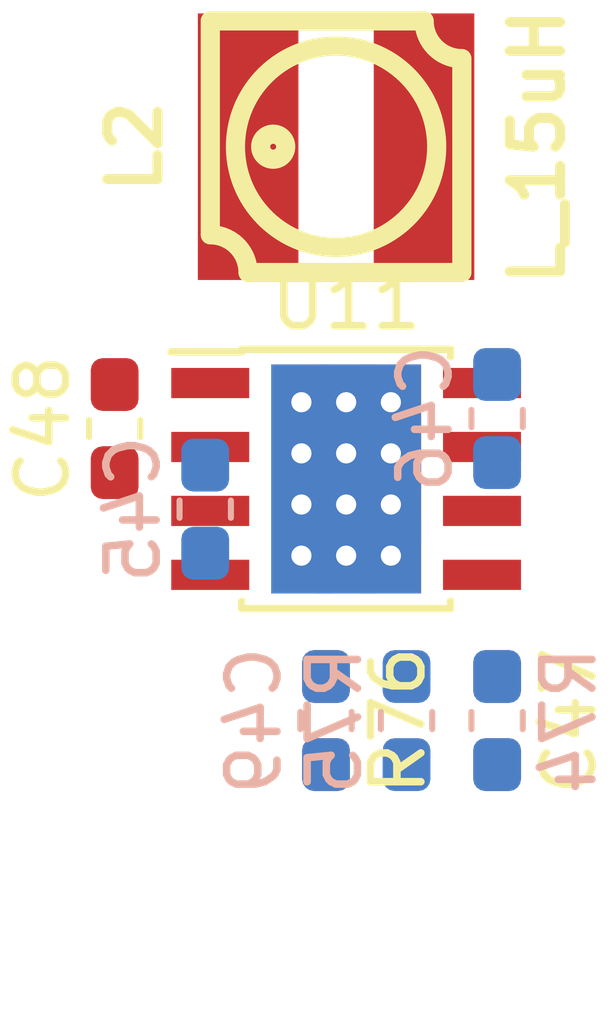
<source format=kicad_pcb>
(kicad_pcb (version 20171130) (host pcbnew 5.0.2-bee76a0~70~ubuntu18.04.1)

  (general
    (thickness 1.6)
    (drawings 0)
    (tracks 0)
    (zones 0)
    (modules 10)
    (nets 11)
  )

  (page A4)
  (layers
    (0 F.Cu signal)
    (31 B.Cu signal)
    (32 B.Adhes user)
    (33 F.Adhes user)
    (34 B.Paste user)
    (35 F.Paste user)
    (36 B.SilkS user)
    (37 F.SilkS user)
    (38 B.Mask user)
    (39 F.Mask user)
    (40 Dwgs.User user)
    (41 Cmts.User user)
    (42 Eco1.User user)
    (43 Eco2.User user)
    (44 Edge.Cuts user)
    (45 Margin user)
    (46 B.CrtYd user)
    (47 F.CrtYd user)
    (48 B.Fab user)
    (49 F.Fab user)
  )

  (setup
    (last_trace_width 0.25)
    (trace_clearance 0.2)
    (zone_clearance 0.508)
    (zone_45_only no)
    (trace_min 0.2)
    (segment_width 0.2)
    (edge_width 0.1)
    (via_size 0.8)
    (via_drill 0.4)
    (via_min_size 0.4)
    (via_min_drill 0.3)
    (uvia_size 0.3)
    (uvia_drill 0.1)
    (uvias_allowed no)
    (uvia_min_size 0.2)
    (uvia_min_drill 0.1)
    (pcb_text_width 0.3)
    (pcb_text_size 1.5 1.5)
    (mod_edge_width 0.15)
    (mod_text_size 1 1)
    (mod_text_width 0.15)
    (pad_size 1.5 1.5)
    (pad_drill 0.6)
    (pad_to_mask_clearance 0)
    (solder_mask_min_width 0.25)
    (aux_axis_origin 0 0)
    (visible_elements FFFFFF7F)
    (pcbplotparams
      (layerselection 0x010fc_ffffffff)
      (usegerberextensions false)
      (usegerberattributes false)
      (usegerberadvancedattributes false)
      (creategerberjobfile false)
      (excludeedgelayer true)
      (linewidth 0.100000)
      (plotframeref false)
      (viasonmask false)
      (mode 1)
      (useauxorigin false)
      (hpglpennumber 1)
      (hpglpenspeed 20)
      (hpglpendiameter 15.000000)
      (psnegative false)
      (psa4output false)
      (plotreference true)
      (plotvalue true)
      (plotinvisibletext false)
      (padsonsilk false)
      (subtractmaskfromsilk false)
      (outputformat 1)
      (mirror false)
      (drillshape 1)
      (scaleselection 1)
      (outputdirectory ""))
  )

  (net 0 "")
  (net 1 GND)
  (net 2 "Net-(C48-Pad1)")
  (net 3 +12V)
  (net 4 "Net-(C46-Pad1)")
  (net 5 "Net-(U11-Pad7)")
  (net 6 "Net-(C47-Pad1)")
  (net 7 "Net-(R75-Pad1)")
  (net 8 "Net-(C48-Pad2)")
  (net 9 "Net-(C47-Pad2)")
  (net 10 +5V)

  (net_class Default "This is the default net class."
    (clearance 0.2)
    (trace_width 0.25)
    (via_dia 0.8)
    (via_drill 0.4)
    (uvia_dia 0.3)
    (uvia_drill 0.1)
    (add_net +12V)
    (add_net +5V)
    (add_net GND)
    (add_net "Net-(C46-Pad1)")
    (add_net "Net-(C47-Pad1)")
    (add_net "Net-(C47-Pad2)")
    (add_net "Net-(C48-Pad1)")
    (add_net "Net-(C48-Pad2)")
    (add_net "Net-(R75-Pad1)")
    (add_net "Net-(U11-Pad7)")
  )

  (module Capacitor_SMD:C_0603_1608Metric_Pad1.05x0.95mm_HandSolder (layer B.Cu) (tedit 5B301BBE) (tstamp 5CCAA89A)
    (at 2.8 10.8 270)
    (descr "Capacitor SMD 0603 (1608 Metric), square (rectangular) end terminal, IPC_7351 nominal with elongated pad for handsoldering. (Body size source: http://www.tortai-tech.com/upload/download/2011102023233369053.pdf), generated with kicad-footprint-generator")
    (tags "capacitor handsolder")
    (path /5CCACF50)
    (attr smd)
    (fp_text reference C45 (at 0 1.43 270) (layer B.SilkS)
      (effects (font (size 1 1) (thickness 0.15)) (justify mirror))
    )
    (fp_text value C106,0603 (at 0 -1.43 270) (layer B.Fab)
      (effects (font (size 1 1) (thickness 0.15)) (justify mirror))
    )
    (fp_text user %R (at 0 0 270) (layer B.Fab)
      (effects (font (size 0.4 0.4) (thickness 0.06)) (justify mirror))
    )
    (fp_line (start 1.65 -0.73) (end -1.65 -0.73) (layer B.CrtYd) (width 0.05))
    (fp_line (start 1.65 0.73) (end 1.65 -0.73) (layer B.CrtYd) (width 0.05))
    (fp_line (start -1.65 0.73) (end 1.65 0.73) (layer B.CrtYd) (width 0.05))
    (fp_line (start -1.65 -0.73) (end -1.65 0.73) (layer B.CrtYd) (width 0.05))
    (fp_line (start -0.171267 -0.51) (end 0.171267 -0.51) (layer B.SilkS) (width 0.12))
    (fp_line (start -0.171267 0.51) (end 0.171267 0.51) (layer B.SilkS) (width 0.12))
    (fp_line (start 0.8 -0.4) (end -0.8 -0.4) (layer B.Fab) (width 0.1))
    (fp_line (start 0.8 0.4) (end 0.8 -0.4) (layer B.Fab) (width 0.1))
    (fp_line (start -0.8 0.4) (end 0.8 0.4) (layer B.Fab) (width 0.1))
    (fp_line (start -0.8 -0.4) (end -0.8 0.4) (layer B.Fab) (width 0.1))
    (pad 2 smd roundrect (at 0.875 0 270) (size 1.05 0.95) (layers B.Cu B.Paste B.Mask) (roundrect_rratio 0.25)
      (net 1 GND))
    (pad 1 smd roundrect (at -0.875 0 270) (size 1.05 0.95) (layers B.Cu B.Paste B.Mask) (roundrect_rratio 0.25)
      (net 3 +12V))
    (model ${KISYS3DMOD}/Capacitor_SMD.3dshapes/C_0603_1608Metric.wrl
      (at (xyz 0 0 0))
      (scale (xyz 1 1 1))
      (rotate (xyz 0 0 0))
    )
  )

  (module Capacitor_SMD:C_0603_1608Metric_Pad1.05x0.95mm_HandSolder (layer F.Cu) (tedit 5B301BBE) (tstamp 5CCAA878)
    (at 8.6 15 270)
    (descr "Capacitor SMD 0603 (1608 Metric), square (rectangular) end terminal, IPC_7351 nominal with elongated pad for handsoldering. (Body size source: http://www.tortai-tech.com/upload/download/2011102023233369053.pdf), generated with kicad-footprint-generator")
    (tags "capacitor handsolder")
    (path /5CC8C910)
    (attr smd)
    (fp_text reference C47 (at 0 -1.43 270) (layer F.SilkS)
      (effects (font (size 1 1) (thickness 0.15)))
    )
    (fp_text value C332,0603 (at 0 1.43 270) (layer F.Fab)
      (effects (font (size 1 1) (thickness 0.15)))
    )
    (fp_text user %R (at 0 0 270) (layer F.Fab)
      (effects (font (size 0.4 0.4) (thickness 0.06)))
    )
    (fp_line (start 1.65 0.73) (end -1.65 0.73) (layer F.CrtYd) (width 0.05))
    (fp_line (start 1.65 -0.73) (end 1.65 0.73) (layer F.CrtYd) (width 0.05))
    (fp_line (start -1.65 -0.73) (end 1.65 -0.73) (layer F.CrtYd) (width 0.05))
    (fp_line (start -1.65 0.73) (end -1.65 -0.73) (layer F.CrtYd) (width 0.05))
    (fp_line (start -0.171267 0.51) (end 0.171267 0.51) (layer F.SilkS) (width 0.12))
    (fp_line (start -0.171267 -0.51) (end 0.171267 -0.51) (layer F.SilkS) (width 0.12))
    (fp_line (start 0.8 0.4) (end -0.8 0.4) (layer F.Fab) (width 0.1))
    (fp_line (start 0.8 -0.4) (end 0.8 0.4) (layer F.Fab) (width 0.1))
    (fp_line (start -0.8 -0.4) (end 0.8 -0.4) (layer F.Fab) (width 0.1))
    (fp_line (start -0.8 0.4) (end -0.8 -0.4) (layer F.Fab) (width 0.1))
    (pad 2 smd roundrect (at 0.875 0 270) (size 1.05 0.95) (layers F.Cu F.Paste F.Mask) (roundrect_rratio 0.25)
      (net 9 "Net-(C47-Pad2)"))
    (pad 1 smd roundrect (at -0.875 0 270) (size 1.05 0.95) (layers F.Cu F.Paste F.Mask) (roundrect_rratio 0.25)
      (net 6 "Net-(C47-Pad1)"))
    (model ${KISYS3DMOD}/Capacitor_SMD.3dshapes/C_0603_1608Metric.wrl
      (at (xyz 0 0 0))
      (scale (xyz 1 1 1))
      (rotate (xyz 0 0 0))
    )
  )

  (module Capacitor_SMD:C_0603_1608Metric_Pad1.05x0.95mm_HandSolder (layer F.Cu) (tedit 5B301BBE) (tstamp 5CCAA867)
    (at 1 9.2 90)
    (descr "Capacitor SMD 0603 (1608 Metric), square (rectangular) end terminal, IPC_7351 nominal with elongated pad for handsoldering. (Body size source: http://www.tortai-tech.com/upload/download/2011102023233369053.pdf), generated with kicad-footprint-generator")
    (tags "capacitor handsolder")
    (path /5CC8C369)
    (attr smd)
    (fp_text reference C48 (at 0 -1.43 90) (layer F.SilkS)
      (effects (font (size 1 1) (thickness 0.15)))
    )
    (fp_text value C103,0603 (at 0 1.43 90) (layer F.Fab)
      (effects (font (size 1 1) (thickness 0.15)))
    )
    (fp_line (start -0.8 0.4) (end -0.8 -0.4) (layer F.Fab) (width 0.1))
    (fp_line (start -0.8 -0.4) (end 0.8 -0.4) (layer F.Fab) (width 0.1))
    (fp_line (start 0.8 -0.4) (end 0.8 0.4) (layer F.Fab) (width 0.1))
    (fp_line (start 0.8 0.4) (end -0.8 0.4) (layer F.Fab) (width 0.1))
    (fp_line (start -0.171267 -0.51) (end 0.171267 -0.51) (layer F.SilkS) (width 0.12))
    (fp_line (start -0.171267 0.51) (end 0.171267 0.51) (layer F.SilkS) (width 0.12))
    (fp_line (start -1.65 0.73) (end -1.65 -0.73) (layer F.CrtYd) (width 0.05))
    (fp_line (start -1.65 -0.73) (end 1.65 -0.73) (layer F.CrtYd) (width 0.05))
    (fp_line (start 1.65 -0.73) (end 1.65 0.73) (layer F.CrtYd) (width 0.05))
    (fp_line (start 1.65 0.73) (end -1.65 0.73) (layer F.CrtYd) (width 0.05))
    (fp_text user %R (at 0 0 90) (layer F.Fab)
      (effects (font (size 0.4 0.4) (thickness 0.06)))
    )
    (pad 1 smd roundrect (at -0.875 0 90) (size 1.05 0.95) (layers F.Cu F.Paste F.Mask) (roundrect_rratio 0.25)
      (net 2 "Net-(C48-Pad1)"))
    (pad 2 smd roundrect (at 0.875 0 90) (size 1.05 0.95) (layers F.Cu F.Paste F.Mask) (roundrect_rratio 0.25)
      (net 8 "Net-(C48-Pad2)"))
    (model ${KISYS3DMOD}/Capacitor_SMD.3dshapes/C_0603_1608Metric.wrl
      (at (xyz 0 0 0))
      (scale (xyz 1 1 1))
      (rotate (xyz 0 0 0))
    )
  )

  (module Capacitor_SMD:C_0603_1608Metric_Pad1.05x0.95mm_HandSolder (layer B.Cu) (tedit 5B301BBE) (tstamp 5CCAA845)
    (at 8.6 9 270)
    (descr "Capacitor SMD 0603 (1608 Metric), square (rectangular) end terminal, IPC_7351 nominal with elongated pad for handsoldering. (Body size source: http://www.tortai-tech.com/upload/download/2011102023233369053.pdf), generated with kicad-footprint-generator")
    (tags "capacitor handsolder")
    (path /5CCACF45)
    (attr smd)
    (fp_text reference C46 (at 0 1.43 270) (layer B.SilkS)
      (effects (font (size 1 1) (thickness 0.15)) (justify mirror))
    )
    (fp_text value C104,0603 (at 0 -1.43 270) (layer B.Fab)
      (effects (font (size 1 1) (thickness 0.15)) (justify mirror))
    )
    (fp_line (start -0.8 -0.4) (end -0.8 0.4) (layer B.Fab) (width 0.1))
    (fp_line (start -0.8 0.4) (end 0.8 0.4) (layer B.Fab) (width 0.1))
    (fp_line (start 0.8 0.4) (end 0.8 -0.4) (layer B.Fab) (width 0.1))
    (fp_line (start 0.8 -0.4) (end -0.8 -0.4) (layer B.Fab) (width 0.1))
    (fp_line (start -0.171267 0.51) (end 0.171267 0.51) (layer B.SilkS) (width 0.12))
    (fp_line (start -0.171267 -0.51) (end 0.171267 -0.51) (layer B.SilkS) (width 0.12))
    (fp_line (start -1.65 -0.73) (end -1.65 0.73) (layer B.CrtYd) (width 0.05))
    (fp_line (start -1.65 0.73) (end 1.65 0.73) (layer B.CrtYd) (width 0.05))
    (fp_line (start 1.65 0.73) (end 1.65 -0.73) (layer B.CrtYd) (width 0.05))
    (fp_line (start 1.65 -0.73) (end -1.65 -0.73) (layer B.CrtYd) (width 0.05))
    (fp_text user %R (at 0 0 270) (layer B.Fab)
      (effects (font (size 0.4 0.4) (thickness 0.06)) (justify mirror))
    )
    (pad 1 smd roundrect (at -0.875 0 270) (size 1.05 0.95) (layers B.Cu B.Paste B.Mask) (roundrect_rratio 0.25)
      (net 4 "Net-(C46-Pad1)"))
    (pad 2 smd roundrect (at 0.875 0 270) (size 1.05 0.95) (layers B.Cu B.Paste B.Mask) (roundrect_rratio 0.25)
      (net 1 GND))
    (model ${KISYS3DMOD}/Capacitor_SMD.3dshapes/C_0603_1608Metric.wrl
      (at (xyz 0 0 0))
      (scale (xyz 1 1 1))
      (rotate (xyz 0 0 0))
    )
  )

  (module Capacitor_SMD:C_0603_1608Metric_Pad1.05x0.95mm_HandSolder (layer B.Cu) (tedit 5B301BBE) (tstamp 5CC9C127)
    (at 5.2 15 270)
    (descr "Capacitor SMD 0603 (1608 Metric), square (rectangular) end terminal, IPC_7351 nominal with elongated pad for handsoldering. (Body size source: http://www.tortai-tech.com/upload/download/2011102023233369053.pdf), generated with kicad-footprint-generator")
    (tags "capacitor handsolder")
    (path /5CC95BA7)
    (attr smd)
    (fp_text reference C49 (at 0 1.43 270) (layer B.SilkS)
      (effects (font (size 1 1) (thickness 0.15)) (justify mirror))
    )
    (fp_text value C226,6.3v,0603 (at 0 -1.43 270) (layer B.Fab)
      (effects (font (size 1 1) (thickness 0.15)) (justify mirror))
    )
    (fp_line (start -0.8 -0.4) (end -0.8 0.4) (layer B.Fab) (width 0.1))
    (fp_line (start -0.8 0.4) (end 0.8 0.4) (layer B.Fab) (width 0.1))
    (fp_line (start 0.8 0.4) (end 0.8 -0.4) (layer B.Fab) (width 0.1))
    (fp_line (start 0.8 -0.4) (end -0.8 -0.4) (layer B.Fab) (width 0.1))
    (fp_line (start -0.171267 0.51) (end 0.171267 0.51) (layer B.SilkS) (width 0.12))
    (fp_line (start -0.171267 -0.51) (end 0.171267 -0.51) (layer B.SilkS) (width 0.12))
    (fp_line (start -1.65 -0.73) (end -1.65 0.73) (layer B.CrtYd) (width 0.05))
    (fp_line (start -1.65 0.73) (end 1.65 0.73) (layer B.CrtYd) (width 0.05))
    (fp_line (start 1.65 0.73) (end 1.65 -0.73) (layer B.CrtYd) (width 0.05))
    (fp_line (start 1.65 -0.73) (end -1.65 -0.73) (layer B.CrtYd) (width 0.05))
    (fp_text user %R (at 0 0 270) (layer B.Fab)
      (effects (font (size 0.4 0.4) (thickness 0.06)) (justify mirror))
    )
    (pad 1 smd roundrect (at -0.875 0 270) (size 1.05 0.95) (layers B.Cu B.Paste B.Mask) (roundrect_rratio 0.25)
      (net 10 +5V))
    (pad 2 smd roundrect (at 0.875 0 270) (size 1.05 0.95) (layers B.Cu B.Paste B.Mask) (roundrect_rratio 0.25)
      (net 1 GND))
    (model ${KISYS3DMOD}/Capacitor_SMD.3dshapes/C_0603_1608Metric.wrl
      (at (xyz 0 0 0))
      (scale (xyz 1 1 1))
      (rotate (xyz 0 0 0))
    )
  )

  (module Resistor_SMD:R_0603_1608Metric_Pad1.05x0.95mm_HandSolder (layer B.Cu) (tedit 5B301BBD) (tstamp 5CCAA0E1)
    (at 8.6 15 90)
    (descr "Resistor SMD 0603 (1608 Metric), square (rectangular) end terminal, IPC_7351 nominal with elongated pad for handsoldering. (Body size source: http://www.tortai-tech.com/upload/download/2011102023233369053.pdf), generated with kicad-footprint-generator")
    (tags "resistor handsolder")
    (path /5CC8C6EB)
    (attr smd)
    (fp_text reference R74 (at 0 1.43 90) (layer B.SilkS)
      (effects (font (size 1 1) (thickness 0.15)) (justify mirror))
    )
    (fp_text value R562,0603 (at 0 -1.43 90) (layer B.Fab)
      (effects (font (size 1 1) (thickness 0.15)) (justify mirror))
    )
    (fp_text user %R (at 0 0 90) (layer B.Fab)
      (effects (font (size 0.4 0.4) (thickness 0.06)) (justify mirror))
    )
    (fp_line (start 1.65 -0.73) (end -1.65 -0.73) (layer B.CrtYd) (width 0.05))
    (fp_line (start 1.65 0.73) (end 1.65 -0.73) (layer B.CrtYd) (width 0.05))
    (fp_line (start -1.65 0.73) (end 1.65 0.73) (layer B.CrtYd) (width 0.05))
    (fp_line (start -1.65 -0.73) (end -1.65 0.73) (layer B.CrtYd) (width 0.05))
    (fp_line (start -0.171267 -0.51) (end 0.171267 -0.51) (layer B.SilkS) (width 0.12))
    (fp_line (start -0.171267 0.51) (end 0.171267 0.51) (layer B.SilkS) (width 0.12))
    (fp_line (start 0.8 -0.4) (end -0.8 -0.4) (layer B.Fab) (width 0.1))
    (fp_line (start 0.8 0.4) (end 0.8 -0.4) (layer B.Fab) (width 0.1))
    (fp_line (start -0.8 0.4) (end 0.8 0.4) (layer B.Fab) (width 0.1))
    (fp_line (start -0.8 -0.4) (end -0.8 0.4) (layer B.Fab) (width 0.1))
    (pad 2 smd roundrect (at 0.875 0 90) (size 1.05 0.95) (layers B.Cu B.Paste B.Mask) (roundrect_rratio 0.25)
      (net 1 GND))
    (pad 1 smd roundrect (at -0.875 0 90) (size 1.05 0.95) (layers B.Cu B.Paste B.Mask) (roundrect_rratio 0.25)
      (net 9 "Net-(C47-Pad2)"))
    (model ${KISYS3DMOD}/Resistor_SMD.3dshapes/R_0603_1608Metric.wrl
      (at (xyz 0 0 0))
      (scale (xyz 1 1 1))
      (rotate (xyz 0 0 0))
    )
  )

  (module Resistor_SMD:R_0603_1608Metric_Pad1.05x0.95mm_HandSolder (layer B.Cu) (tedit 5B301BBD) (tstamp 5CCAA0D0)
    (at 6.8 15 270)
    (descr "Resistor SMD 0603 (1608 Metric), square (rectangular) end terminal, IPC_7351 nominal with elongated pad for handsoldering. (Body size source: http://www.tortai-tech.com/upload/download/2011102023233369053.pdf), generated with kicad-footprint-generator")
    (tags "resistor handsolder")
    (path /5CCACF4D)
    (attr smd)
    (fp_text reference R75 (at 0 1.43 270) (layer B.SilkS)
      (effects (font (size 1 1) (thickness 0.15)) (justify mirror))
    )
    (fp_text value R103,0603 (at 0 -1.43 270) (layer B.Fab)
      (effects (font (size 1 1) (thickness 0.15)) (justify mirror))
    )
    (fp_line (start -0.8 -0.4) (end -0.8 0.4) (layer B.Fab) (width 0.1))
    (fp_line (start -0.8 0.4) (end 0.8 0.4) (layer B.Fab) (width 0.1))
    (fp_line (start 0.8 0.4) (end 0.8 -0.4) (layer B.Fab) (width 0.1))
    (fp_line (start 0.8 -0.4) (end -0.8 -0.4) (layer B.Fab) (width 0.1))
    (fp_line (start -0.171267 0.51) (end 0.171267 0.51) (layer B.SilkS) (width 0.12))
    (fp_line (start -0.171267 -0.51) (end 0.171267 -0.51) (layer B.SilkS) (width 0.12))
    (fp_line (start -1.65 -0.73) (end -1.65 0.73) (layer B.CrtYd) (width 0.05))
    (fp_line (start -1.65 0.73) (end 1.65 0.73) (layer B.CrtYd) (width 0.05))
    (fp_line (start 1.65 0.73) (end 1.65 -0.73) (layer B.CrtYd) (width 0.05))
    (fp_line (start 1.65 -0.73) (end -1.65 -0.73) (layer B.CrtYd) (width 0.05))
    (fp_text user %R (at 0 0 270) (layer B.Fab)
      (effects (font (size 0.4 0.4) (thickness 0.06)) (justify mirror))
    )
    (pad 1 smd roundrect (at -0.875 0 270) (size 1.05 0.95) (layers B.Cu B.Paste B.Mask) (roundrect_rratio 0.25)
      (net 7 "Net-(R75-Pad1)"))
    (pad 2 smd roundrect (at 0.875 0 270) (size 1.05 0.95) (layers B.Cu B.Paste B.Mask) (roundrect_rratio 0.25)
      (net 1 GND))
    (model ${KISYS3DMOD}/Resistor_SMD.3dshapes/R_0603_1608Metric.wrl
      (at (xyz 0 0 0))
      (scale (xyz 1 1 1))
      (rotate (xyz 0 0 0))
    )
  )

  (module Resistor_SMD:R_0603_1608Metric_Pad1.05x0.95mm_HandSolder (layer F.Cu) (tedit 5B301BBD) (tstamp 5CCAA048)
    (at 5.2 15 270)
    (descr "Resistor SMD 0603 (1608 Metric), square (rectangular) end terminal, IPC_7351 nominal with elongated pad for handsoldering. (Body size source: http://www.tortai-tech.com/upload/download/2011102023233369053.pdf), generated with kicad-footprint-generator")
    (tags "resistor handsolder")
    (path /5CCACF4E)
    (attr smd)
    (fp_text reference R76 (at 0 -1.43 270) (layer F.SilkS)
      (effects (font (size 1 1) (thickness 0.15)))
    )
    (fp_text value R333,0603 (at 0 1.43 270) (layer F.Fab)
      (effects (font (size 1 1) (thickness 0.15)))
    )
    (fp_line (start -0.8 0.4) (end -0.8 -0.4) (layer F.Fab) (width 0.1))
    (fp_line (start -0.8 -0.4) (end 0.8 -0.4) (layer F.Fab) (width 0.1))
    (fp_line (start 0.8 -0.4) (end 0.8 0.4) (layer F.Fab) (width 0.1))
    (fp_line (start 0.8 0.4) (end -0.8 0.4) (layer F.Fab) (width 0.1))
    (fp_line (start -0.171267 -0.51) (end 0.171267 -0.51) (layer F.SilkS) (width 0.12))
    (fp_line (start -0.171267 0.51) (end 0.171267 0.51) (layer F.SilkS) (width 0.12))
    (fp_line (start -1.65 0.73) (end -1.65 -0.73) (layer F.CrtYd) (width 0.05))
    (fp_line (start -1.65 -0.73) (end 1.65 -0.73) (layer F.CrtYd) (width 0.05))
    (fp_line (start 1.65 -0.73) (end 1.65 0.73) (layer F.CrtYd) (width 0.05))
    (fp_line (start 1.65 0.73) (end -1.65 0.73) (layer F.CrtYd) (width 0.05))
    (fp_text user %R (at 0 0 270) (layer F.Fab)
      (effects (font (size 0.4 0.4) (thickness 0.06)))
    )
    (pad 1 smd roundrect (at -0.875 0 270) (size 1.05 0.95) (layers F.Cu F.Paste F.Mask) (roundrect_rratio 0.25)
      (net 10 +5V))
    (pad 2 smd roundrect (at 0.875 0 270) (size 1.05 0.95) (layers F.Cu F.Paste F.Mask) (roundrect_rratio 0.25)
      (net 7 "Net-(R75-Pad1)"))
    (model ${KISYS3DMOD}/Resistor_SMD.3dshapes/R_0603_1608Metric.wrl
      (at (xyz 0 0 0))
      (scale (xyz 1 1 1))
      (rotate (xyz 0 0 0))
    )
  )

  (module footprint-lib:SOIC-8_3.9x4.9mm_P1.27mm,thermal_via (layer F.Cu) (tedit 5CC927AF) (tstamp 5CCA9D1B)
    (at 5.6 10.2)
    (descr "8-Lead Plastic Small Outline (SN) - Narrow, 3.90 mm Body [SOIC] (see Microchip Packaging Specification http://ww1.microchip.com/downloads/en/PackagingSpec/00000049BQ.pdf)")
    (tags "SOIC 1.27")
    (path /5CC8BB6B)
    (attr smd)
    (fp_text reference U11 (at 0 -3.5) (layer F.SilkS)
      (effects (font (size 1 1) (thickness 0.15)))
    )
    (fp_text value MP2303A_ALT (at 0 3.5) (layer F.Fab)
      (effects (font (size 1 1) (thickness 0.15)))
    )
    (fp_line (start -2.075 -2.525) (end -3.475 -2.525) (layer F.SilkS) (width 0.15))
    (fp_line (start -2.075 2.575) (end 2.075 2.575) (layer F.SilkS) (width 0.15))
    (fp_line (start -2.075 -2.575) (end 2.075 -2.575) (layer F.SilkS) (width 0.15))
    (fp_line (start -2.075 2.575) (end -2.075 2.43) (layer F.SilkS) (width 0.15))
    (fp_line (start 2.075 2.575) (end 2.075 2.43) (layer F.SilkS) (width 0.15))
    (fp_line (start 2.075 -2.575) (end 2.075 -2.43) (layer F.SilkS) (width 0.15))
    (fp_line (start -2.075 -2.575) (end -2.075 -2.525) (layer F.SilkS) (width 0.15))
    (fp_line (start -3.73 2.7) (end 3.73 2.7) (layer F.CrtYd) (width 0.05))
    (fp_line (start -3.73 -2.7) (end 3.73 -2.7) (layer F.CrtYd) (width 0.05))
    (fp_line (start 3.73 -2.7) (end 3.73 2.7) (layer F.CrtYd) (width 0.05))
    (fp_line (start -3.73 -2.7) (end -3.73 2.7) (layer F.CrtYd) (width 0.05))
    (fp_line (start -1.95 -1.45) (end -0.95 -2.45) (layer F.Fab) (width 0.1))
    (fp_line (start -1.95 2.45) (end -1.95 -1.45) (layer F.Fab) (width 0.1))
    (fp_line (start 1.95 2.45) (end -1.95 2.45) (layer F.Fab) (width 0.1))
    (fp_line (start 1.95 -2.45) (end 1.95 2.45) (layer F.Fab) (width 0.1))
    (fp_line (start -0.95 -2.45) (end 1.95 -2.45) (layer F.Fab) (width 0.1))
    (fp_text user %R (at 0 0) (layer F.Fab)
      (effects (font (size 1 1) (thickness 0.15)))
    )
    (pad "" thru_hole rect (at 0 1.524) (size 1.2 1.5) (drill 0.4) (layers *.Cu *.Mask))
    (pad "" thru_hole rect (at 0.889 1.524) (size 1.2 1.5) (drill 0.4) (layers *.Cu *.Mask))
    (pad "" thru_hole rect (at -0.889 1.524) (size 1.2 1.5) (drill 0.4) (layers *.Cu *.Mask))
    (pad "" thru_hole rect (at 0 0.508) (size 1.2 1.5) (drill 0.4) (layers *.Cu *.Mask))
    (pad "" thru_hole rect (at 0.889 0.508) (size 1.2 1.5) (drill 0.4) (layers *.Cu *.Mask))
    (pad "" thru_hole rect (at -0.889 0.508) (size 1.2 1.5) (drill 0.4) (layers *.Cu *.Mask))
    (pad "" thru_hole rect (at 0 -0.508) (size 1.2 1.5) (drill 0.4) (layers *.Cu *.Mask))
    (pad "" thru_hole rect (at 0.889 -0.508) (size 1.2 1.5) (drill 0.4) (layers *.Cu *.Mask))
    (pad "" thru_hole rect (at -0.889 -0.508) (size 1.2 1.5) (drill 0.4) (layers *.Cu *.Mask))
    (pad "" thru_hole rect (at 0.889 -1.524) (size 1.2 1.5) (drill 0.4) (layers *.Cu *.Mask))
    (pad "" thru_hole rect (at 0 -1.524) (size 1.2 1.5) (drill 0.4) (layers *.Cu *.Mask))
    (pad "" thru_hole rect (at -0.889 -1.524) (size 1.2 1.5) (drill 0.4) (layers *.Cu *.Mask))
    (pad 8 smd rect (at 2.7 -1.905) (size 1.55 0.6) (layers F.Cu F.Paste F.Mask)
      (net 4 "Net-(C46-Pad1)"))
    (pad 7 smd rect (at 2.7 -0.635) (size 1.55 0.6) (layers F.Cu F.Paste F.Mask)
      (net 5 "Net-(U11-Pad7)"))
    (pad 6 smd rect (at 2.7 0.635) (size 1.55 0.6) (layers F.Cu F.Paste F.Mask)
      (net 6 "Net-(C47-Pad1)"))
    (pad 5 smd rect (at 2.7 1.905) (size 1.55 0.6) (layers F.Cu F.Paste F.Mask)
      (net 7 "Net-(R75-Pad1)"))
    (pad 4 smd rect (at -2.7 1.905) (size 1.55 0.6) (layers F.Cu F.Paste F.Mask)
      (net 1 GND))
    (pad 3 smd rect (at -2.7 0.635) (size 1.55 0.6) (layers F.Cu F.Paste F.Mask)
      (net 2 "Net-(C48-Pad1)"))
    (pad 2 smd rect (at -2.7 -0.635) (size 1.55 0.6) (layers F.Cu F.Paste F.Mask)
      (net 3 +12V))
    (pad 1 smd rect (at -2.7 -1.905) (size 1.55 0.6) (layers F.Cu F.Paste F.Mask)
      (net 8 "Net-(C48-Pad2)"))
    (model ${KISYS3DMOD}/Package_SO.3dshapes/SOIC-8_3.9x4.9mm_P1.27mm.wrl
      (at (xyz 0 0 0))
      (scale (xyz 1 1 1))
      (rotate (xyz 0 0 0))
    )
  )

  (module w_smd_inductors:inductor_smd_4.8x2.8mm (layer F.Cu) (tedit 5B630FA4) (tstamp 5CCA9806)
    (at 5.4 3.6 90)
    (descr "Inductor SMD, d.4.8mm x h.2.8mm")
    (path /5CC8C4E9)
    (fp_text reference L2 (at 0 -4 90) (layer F.SilkS)
      (effects (font (size 1 1) (thickness 0.2)))
    )
    (fp_text value L_15uH (at 0 4 90) (layer F.SilkS)
      (effects (font (size 1 1) (thickness 0.2)))
    )
    (fp_circle (center 0 -1.24968) (end 0 -1.00076) (layer F.SilkS) (width 0.381))
    (fp_line (start -1.75006 -2.49936) (end 2.49936 -2.49936) (layer F.SilkS) (width 0.381))
    (fp_line (start 2.49936 -2.49936) (end 2.49936 1.75006) (layer F.SilkS) (width 0.381))
    (fp_line (start 1.75006 2.49936) (end -2.49936 2.49936) (layer F.SilkS) (width 0.381))
    (fp_line (start -2.49936 2.49936) (end -2.49936 -1.75006) (layer F.SilkS) (width 0.381))
    (fp_arc (start 2.49936 2.49936) (end 1.75006 2.49936) (angle 90) (layer F.SilkS) (width 0.381))
    (fp_arc (start -2.49936 -2.49936) (end -1.75006 -2.49936) (angle 90) (layer F.SilkS) (width 0.381))
    (fp_circle (center 0 0) (end -1.99898 0) (layer F.SilkS) (width 0.381))
    (pad 1 smd rect (at 0 -1.74752 90) (size 5.2959 1.99898) (layers F.Cu F.Paste F.Mask)
      (net 2 "Net-(C48-Pad1)"))
    (pad 2 smd rect (at 0 1.74752 90) (size 5.2959 1.99898) (layers F.Cu F.Paste F.Mask)
      (net 10 +5V))
    (model ${HOME}/_workspace/kicad/kicad_library/smisioto-footprints/modules/packages3d/walter/smd_inductors/inductor_smd_4.8x2.8mm.wrl
      (at (xyz 0 0 0))
      (scale (xyz 1 1 1))
      (rotate (xyz 0 0 0))
    )
  )

)

</source>
